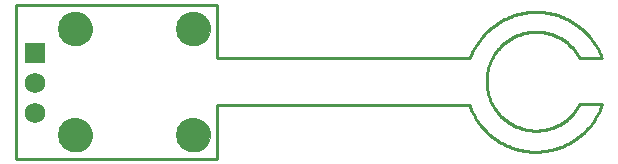
<source format=gbs>
G75*
%MOIN*%
%OFA0B0*%
%FSLAX25Y25*%
%IPPOS*%
%LPD*%
%AMOC8*
5,1,8,0,0,1.08239X$1,22.5*
%
%ADD10C,0.01000*%
%ADD11C,0.00000*%
%ADD12C,0.11424*%
%ADD13R,0.06900X0.06900*%
%ADD14C,0.06900*%
D10*
X0024642Y0084477D02*
X0024642Y0135658D01*
X0091571Y0135658D01*
X0091571Y0117942D01*
X0175823Y0117942D01*
X0175823Y0102194D02*
X0091571Y0102194D01*
X0091571Y0084477D01*
X0024642Y0084477D01*
X0175744Y0102233D02*
X0175944Y0101697D01*
X0176157Y0101167D01*
X0176383Y0100642D01*
X0176622Y0100123D01*
X0176874Y0099610D01*
X0177138Y0099103D01*
X0177414Y0098603D01*
X0177703Y0098109D01*
X0178003Y0097623D01*
X0178315Y0097144D01*
X0178639Y0096673D01*
X0178974Y0096210D01*
X0179321Y0095756D01*
X0179678Y0095310D01*
X0180046Y0094872D01*
X0180425Y0094444D01*
X0180814Y0094026D01*
X0181213Y0093617D01*
X0181622Y0093217D01*
X0182041Y0092828D01*
X0182469Y0092450D01*
X0182906Y0092081D01*
X0183352Y0091724D01*
X0183807Y0091378D01*
X0184270Y0091042D01*
X0184741Y0090719D01*
X0185219Y0090406D01*
X0185705Y0090106D01*
X0186199Y0089817D01*
X0186699Y0089541D01*
X0187206Y0089277D01*
X0187719Y0089025D01*
X0188238Y0088786D01*
X0188763Y0088560D01*
X0189294Y0088347D01*
X0189829Y0088146D01*
X0190369Y0087959D01*
X0190913Y0087785D01*
X0191462Y0087624D01*
X0192014Y0087477D01*
X0192570Y0087343D01*
X0193128Y0087223D01*
X0193690Y0087117D01*
X0194254Y0087024D01*
X0194820Y0086945D01*
X0195388Y0086880D01*
X0195957Y0086829D01*
X0196527Y0086792D01*
X0197099Y0086769D01*
X0197670Y0086759D01*
X0198242Y0086764D01*
X0198813Y0086782D01*
X0199383Y0086815D01*
X0199953Y0086861D01*
X0200521Y0086921D01*
X0201088Y0086996D01*
X0201653Y0087084D01*
X0202215Y0087185D01*
X0202775Y0087301D01*
X0203332Y0087430D01*
X0203885Y0087572D01*
X0204435Y0087728D01*
X0204981Y0087898D01*
X0205523Y0088081D01*
X0206059Y0088276D01*
X0206591Y0088485D01*
X0207118Y0088707D01*
X0207639Y0088942D01*
X0208155Y0089189D01*
X0208664Y0089449D01*
X0209166Y0089721D01*
X0209662Y0090006D01*
X0210151Y0090302D01*
X0210632Y0090610D01*
X0211106Y0090930D01*
X0211572Y0091261D01*
X0212029Y0091604D01*
X0212478Y0091958D01*
X0212918Y0092322D01*
X0213349Y0092697D01*
X0213771Y0093083D01*
X0214184Y0093479D01*
X0214586Y0093884D01*
X0214979Y0094300D01*
X0215361Y0094725D01*
X0215733Y0095159D01*
X0216094Y0095602D01*
X0216444Y0096053D01*
X0216783Y0096514D01*
X0217111Y0096982D01*
X0217427Y0097458D01*
X0217732Y0097942D01*
X0218024Y0098433D01*
X0218305Y0098931D01*
X0218573Y0099435D01*
X0218829Y0099946D01*
X0219072Y0100464D01*
X0219303Y0100987D01*
X0219520Y0101515D01*
X0219725Y0102049D01*
X0219917Y0102587D01*
X0219839Y0102587D02*
X0212437Y0102548D01*
X0219917Y0117942D02*
X0219714Y0118477D01*
X0219497Y0119008D01*
X0219268Y0119532D01*
X0219026Y0120052D01*
X0218771Y0120565D01*
X0218504Y0121071D01*
X0218225Y0121571D01*
X0217933Y0122065D01*
X0217630Y0122550D01*
X0217315Y0123029D01*
X0216988Y0123499D01*
X0216650Y0123961D01*
X0216300Y0124415D01*
X0215940Y0124861D01*
X0215569Y0125297D01*
X0215187Y0125724D01*
X0214796Y0126142D01*
X0214394Y0126550D01*
X0213982Y0126948D01*
X0213560Y0127336D01*
X0213130Y0127714D01*
X0212690Y0128081D01*
X0212241Y0128437D01*
X0211784Y0128782D01*
X0211319Y0129116D01*
X0210845Y0129438D01*
X0210364Y0129749D01*
X0209875Y0130047D01*
X0209380Y0130334D01*
X0208877Y0130609D01*
X0208368Y0130871D01*
X0207852Y0131121D01*
X0207331Y0131358D01*
X0206804Y0131583D01*
X0206272Y0131794D01*
X0205734Y0131993D01*
X0205192Y0132178D01*
X0204646Y0132350D01*
X0204095Y0132509D01*
X0203541Y0132654D01*
X0202984Y0132785D01*
X0202423Y0132903D01*
X0201860Y0133007D01*
X0201295Y0133098D01*
X0200727Y0133175D01*
X0200158Y0133237D01*
X0199587Y0133286D01*
X0199015Y0133321D01*
X0198443Y0133342D01*
X0197870Y0133349D01*
X0197297Y0133342D01*
X0196725Y0133321D01*
X0196153Y0133286D01*
X0195582Y0133237D01*
X0195013Y0133175D01*
X0194445Y0133098D01*
X0193880Y0133007D01*
X0193317Y0132903D01*
X0192756Y0132785D01*
X0192199Y0132654D01*
X0191645Y0132509D01*
X0191094Y0132350D01*
X0190548Y0132178D01*
X0190006Y0131993D01*
X0189468Y0131794D01*
X0188936Y0131583D01*
X0188409Y0131358D01*
X0187888Y0131121D01*
X0187372Y0130871D01*
X0186863Y0130609D01*
X0186360Y0130334D01*
X0185865Y0130047D01*
X0185376Y0129749D01*
X0184895Y0129438D01*
X0184421Y0129116D01*
X0183956Y0128782D01*
X0183499Y0128437D01*
X0183050Y0128081D01*
X0182610Y0127714D01*
X0182180Y0127336D01*
X0181758Y0126948D01*
X0181346Y0126550D01*
X0180944Y0126142D01*
X0180553Y0125724D01*
X0180171Y0125297D01*
X0179800Y0124861D01*
X0179440Y0124415D01*
X0179090Y0123961D01*
X0178752Y0123499D01*
X0178425Y0123029D01*
X0178110Y0122550D01*
X0177807Y0122065D01*
X0177515Y0121571D01*
X0177236Y0121071D01*
X0176969Y0120565D01*
X0176714Y0120052D01*
X0176472Y0119532D01*
X0176243Y0119008D01*
X0176026Y0118477D01*
X0175823Y0117942D01*
X0212437Y0117942D02*
X0212244Y0118296D01*
X0212044Y0118646D01*
X0211834Y0118990D01*
X0211616Y0119330D01*
X0211390Y0119663D01*
X0211156Y0119992D01*
X0210914Y0120314D01*
X0210664Y0120630D01*
X0210406Y0120940D01*
X0210141Y0121244D01*
X0209869Y0121541D01*
X0209589Y0121832D01*
X0209303Y0122115D01*
X0209009Y0122391D01*
X0208709Y0122661D01*
X0208402Y0122922D01*
X0208089Y0123176D01*
X0207770Y0123423D01*
X0207445Y0123661D01*
X0207114Y0123891D01*
X0206778Y0124114D01*
X0206436Y0124328D01*
X0206089Y0124533D01*
X0205737Y0124730D01*
X0205381Y0124918D01*
X0205020Y0125098D01*
X0204655Y0125268D01*
X0204285Y0125430D01*
X0203912Y0125582D01*
X0203535Y0125726D01*
X0203155Y0125860D01*
X0202772Y0125985D01*
X0202385Y0126100D01*
X0201996Y0126206D01*
X0201605Y0126302D01*
X0201211Y0126388D01*
X0200815Y0126465D01*
X0200418Y0126533D01*
X0200019Y0126590D01*
X0199618Y0126638D01*
X0199217Y0126676D01*
X0198815Y0126704D01*
X0198412Y0126722D01*
X0198009Y0126730D01*
X0197606Y0126729D01*
X0197203Y0126717D01*
X0196800Y0126696D01*
X0196398Y0126665D01*
X0195997Y0126624D01*
X0195597Y0126573D01*
X0195199Y0126513D01*
X0194802Y0126443D01*
X0194407Y0126363D01*
X0194014Y0126273D01*
X0193623Y0126174D01*
X0193235Y0126065D01*
X0192849Y0125947D01*
X0192467Y0125819D01*
X0192088Y0125682D01*
X0191712Y0125536D01*
X0191340Y0125381D01*
X0190972Y0125216D01*
X0190608Y0125043D01*
X0190248Y0124861D01*
X0189893Y0124670D01*
X0189543Y0124470D01*
X0189198Y0124262D01*
X0188858Y0124046D01*
X0188523Y0123821D01*
X0188194Y0123588D01*
X0187871Y0123347D01*
X0187553Y0123098D01*
X0187242Y0122842D01*
X0186937Y0122578D01*
X0186639Y0122307D01*
X0186348Y0122028D01*
X0186063Y0121742D01*
X0185786Y0121450D01*
X0185516Y0121151D01*
X0185253Y0120845D01*
X0184998Y0120533D01*
X0184750Y0120215D01*
X0184510Y0119891D01*
X0184279Y0119561D01*
X0184055Y0119225D01*
X0183840Y0118884D01*
X0183633Y0118538D01*
X0183435Y0118187D01*
X0183245Y0117831D01*
X0183065Y0117471D01*
X0182893Y0117106D01*
X0182730Y0116738D01*
X0182576Y0116365D01*
X0182431Y0115989D01*
X0182295Y0115609D01*
X0182169Y0115226D01*
X0182052Y0114840D01*
X0181945Y0114452D01*
X0181847Y0114061D01*
X0181759Y0113667D01*
X0181681Y0113272D01*
X0181612Y0112874D01*
X0181553Y0112476D01*
X0181504Y0112076D01*
X0181464Y0111674D01*
X0181435Y0111272D01*
X0181415Y0110870D01*
X0181405Y0110467D01*
X0181405Y0110063D01*
X0181415Y0109660D01*
X0181435Y0109258D01*
X0181464Y0108856D01*
X0181504Y0108454D01*
X0181553Y0108054D01*
X0181612Y0107656D01*
X0181681Y0107258D01*
X0181759Y0106863D01*
X0181847Y0106469D01*
X0181945Y0106078D01*
X0182052Y0105690D01*
X0182169Y0105304D01*
X0182295Y0104921D01*
X0182431Y0104541D01*
X0182576Y0104165D01*
X0182730Y0103792D01*
X0182893Y0103424D01*
X0183065Y0103059D01*
X0183245Y0102699D01*
X0183435Y0102343D01*
X0183633Y0101992D01*
X0183840Y0101646D01*
X0184055Y0101305D01*
X0184279Y0100969D01*
X0184510Y0100639D01*
X0184750Y0100315D01*
X0184998Y0099997D01*
X0185253Y0099685D01*
X0185516Y0099379D01*
X0185786Y0099080D01*
X0186063Y0098788D01*
X0186348Y0098502D01*
X0186639Y0098223D01*
X0186937Y0097952D01*
X0187242Y0097688D01*
X0187553Y0097432D01*
X0187871Y0097183D01*
X0188194Y0096942D01*
X0188523Y0096709D01*
X0188858Y0096484D01*
X0189198Y0096268D01*
X0189543Y0096060D01*
X0189893Y0095860D01*
X0190248Y0095669D01*
X0190608Y0095487D01*
X0190972Y0095314D01*
X0191340Y0095149D01*
X0191712Y0094994D01*
X0192088Y0094848D01*
X0192467Y0094711D01*
X0192849Y0094583D01*
X0193235Y0094465D01*
X0193623Y0094356D01*
X0194014Y0094257D01*
X0194407Y0094167D01*
X0194802Y0094087D01*
X0195199Y0094017D01*
X0195597Y0093957D01*
X0195997Y0093906D01*
X0196398Y0093865D01*
X0196800Y0093834D01*
X0197203Y0093813D01*
X0197606Y0093801D01*
X0198009Y0093800D01*
X0198412Y0093808D01*
X0198815Y0093826D01*
X0199217Y0093854D01*
X0199618Y0093892D01*
X0200019Y0093940D01*
X0200418Y0093997D01*
X0200815Y0094065D01*
X0201211Y0094142D01*
X0201605Y0094228D01*
X0201996Y0094324D01*
X0202385Y0094430D01*
X0202772Y0094545D01*
X0203155Y0094670D01*
X0203535Y0094804D01*
X0203912Y0094948D01*
X0204285Y0095100D01*
X0204655Y0095262D01*
X0205020Y0095432D01*
X0205381Y0095612D01*
X0205737Y0095800D01*
X0206089Y0095997D01*
X0206436Y0096202D01*
X0206778Y0096416D01*
X0207114Y0096639D01*
X0207445Y0096869D01*
X0207770Y0097107D01*
X0208089Y0097354D01*
X0208402Y0097608D01*
X0208709Y0097869D01*
X0209009Y0098139D01*
X0209303Y0098415D01*
X0209589Y0098698D01*
X0209869Y0098989D01*
X0210141Y0099286D01*
X0210406Y0099590D01*
X0210664Y0099900D01*
X0210914Y0100216D01*
X0211156Y0100538D01*
X0211390Y0100867D01*
X0211616Y0101200D01*
X0211834Y0101540D01*
X0212044Y0101884D01*
X0212244Y0102234D01*
X0212437Y0102588D01*
X0212437Y0117942D02*
X0219917Y0117942D01*
D11*
X0078185Y0127784D02*
X0078187Y0127932D01*
X0078193Y0128080D01*
X0078203Y0128228D01*
X0078217Y0128375D01*
X0078235Y0128522D01*
X0078256Y0128668D01*
X0078282Y0128814D01*
X0078312Y0128959D01*
X0078345Y0129103D01*
X0078383Y0129246D01*
X0078424Y0129388D01*
X0078469Y0129529D01*
X0078517Y0129669D01*
X0078570Y0129808D01*
X0078626Y0129945D01*
X0078686Y0130080D01*
X0078749Y0130214D01*
X0078816Y0130346D01*
X0078887Y0130476D01*
X0078961Y0130604D01*
X0079038Y0130730D01*
X0079119Y0130854D01*
X0079203Y0130976D01*
X0079290Y0131095D01*
X0079381Y0131212D01*
X0079475Y0131327D01*
X0079571Y0131439D01*
X0079671Y0131549D01*
X0079773Y0131655D01*
X0079879Y0131759D01*
X0079987Y0131860D01*
X0080098Y0131958D01*
X0080211Y0132054D01*
X0080327Y0132146D01*
X0080445Y0132235D01*
X0080566Y0132320D01*
X0080689Y0132403D01*
X0080814Y0132482D01*
X0080941Y0132558D01*
X0081070Y0132630D01*
X0081201Y0132699D01*
X0081334Y0132764D01*
X0081469Y0132825D01*
X0081605Y0132883D01*
X0081742Y0132938D01*
X0081881Y0132988D01*
X0082022Y0133035D01*
X0082163Y0133078D01*
X0082306Y0133118D01*
X0082450Y0133153D01*
X0082594Y0133185D01*
X0082740Y0133212D01*
X0082886Y0133236D01*
X0083033Y0133256D01*
X0083180Y0133272D01*
X0083327Y0133284D01*
X0083475Y0133292D01*
X0083623Y0133296D01*
X0083771Y0133296D01*
X0083919Y0133292D01*
X0084067Y0133284D01*
X0084214Y0133272D01*
X0084361Y0133256D01*
X0084508Y0133236D01*
X0084654Y0133212D01*
X0084800Y0133185D01*
X0084944Y0133153D01*
X0085088Y0133118D01*
X0085231Y0133078D01*
X0085372Y0133035D01*
X0085513Y0132988D01*
X0085652Y0132938D01*
X0085789Y0132883D01*
X0085925Y0132825D01*
X0086060Y0132764D01*
X0086193Y0132699D01*
X0086324Y0132630D01*
X0086453Y0132558D01*
X0086580Y0132482D01*
X0086705Y0132403D01*
X0086828Y0132320D01*
X0086949Y0132235D01*
X0087067Y0132146D01*
X0087183Y0132054D01*
X0087296Y0131958D01*
X0087407Y0131860D01*
X0087515Y0131759D01*
X0087621Y0131655D01*
X0087723Y0131549D01*
X0087823Y0131439D01*
X0087919Y0131327D01*
X0088013Y0131212D01*
X0088104Y0131095D01*
X0088191Y0130976D01*
X0088275Y0130854D01*
X0088356Y0130730D01*
X0088433Y0130604D01*
X0088507Y0130476D01*
X0088578Y0130346D01*
X0088645Y0130214D01*
X0088708Y0130080D01*
X0088768Y0129945D01*
X0088824Y0129808D01*
X0088877Y0129669D01*
X0088925Y0129529D01*
X0088970Y0129388D01*
X0089011Y0129246D01*
X0089049Y0129103D01*
X0089082Y0128959D01*
X0089112Y0128814D01*
X0089138Y0128668D01*
X0089159Y0128522D01*
X0089177Y0128375D01*
X0089191Y0128228D01*
X0089201Y0128080D01*
X0089207Y0127932D01*
X0089209Y0127784D01*
X0089207Y0127636D01*
X0089201Y0127488D01*
X0089191Y0127340D01*
X0089177Y0127193D01*
X0089159Y0127046D01*
X0089138Y0126900D01*
X0089112Y0126754D01*
X0089082Y0126609D01*
X0089049Y0126465D01*
X0089011Y0126322D01*
X0088970Y0126180D01*
X0088925Y0126039D01*
X0088877Y0125899D01*
X0088824Y0125760D01*
X0088768Y0125623D01*
X0088708Y0125488D01*
X0088645Y0125354D01*
X0088578Y0125222D01*
X0088507Y0125092D01*
X0088433Y0124964D01*
X0088356Y0124838D01*
X0088275Y0124714D01*
X0088191Y0124592D01*
X0088104Y0124473D01*
X0088013Y0124356D01*
X0087919Y0124241D01*
X0087823Y0124129D01*
X0087723Y0124019D01*
X0087621Y0123913D01*
X0087515Y0123809D01*
X0087407Y0123708D01*
X0087296Y0123610D01*
X0087183Y0123514D01*
X0087067Y0123422D01*
X0086949Y0123333D01*
X0086828Y0123248D01*
X0086705Y0123165D01*
X0086580Y0123086D01*
X0086453Y0123010D01*
X0086324Y0122938D01*
X0086193Y0122869D01*
X0086060Y0122804D01*
X0085925Y0122743D01*
X0085789Y0122685D01*
X0085652Y0122630D01*
X0085513Y0122580D01*
X0085372Y0122533D01*
X0085231Y0122490D01*
X0085088Y0122450D01*
X0084944Y0122415D01*
X0084800Y0122383D01*
X0084654Y0122356D01*
X0084508Y0122332D01*
X0084361Y0122312D01*
X0084214Y0122296D01*
X0084067Y0122284D01*
X0083919Y0122276D01*
X0083771Y0122272D01*
X0083623Y0122272D01*
X0083475Y0122276D01*
X0083327Y0122284D01*
X0083180Y0122296D01*
X0083033Y0122312D01*
X0082886Y0122332D01*
X0082740Y0122356D01*
X0082594Y0122383D01*
X0082450Y0122415D01*
X0082306Y0122450D01*
X0082163Y0122490D01*
X0082022Y0122533D01*
X0081881Y0122580D01*
X0081742Y0122630D01*
X0081605Y0122685D01*
X0081469Y0122743D01*
X0081334Y0122804D01*
X0081201Y0122869D01*
X0081070Y0122938D01*
X0080941Y0123010D01*
X0080814Y0123086D01*
X0080689Y0123165D01*
X0080566Y0123248D01*
X0080445Y0123333D01*
X0080327Y0123422D01*
X0080211Y0123514D01*
X0080098Y0123610D01*
X0079987Y0123708D01*
X0079879Y0123809D01*
X0079773Y0123913D01*
X0079671Y0124019D01*
X0079571Y0124129D01*
X0079475Y0124241D01*
X0079381Y0124356D01*
X0079290Y0124473D01*
X0079203Y0124592D01*
X0079119Y0124714D01*
X0079038Y0124838D01*
X0078961Y0124964D01*
X0078887Y0125092D01*
X0078816Y0125222D01*
X0078749Y0125354D01*
X0078686Y0125488D01*
X0078626Y0125623D01*
X0078570Y0125760D01*
X0078517Y0125899D01*
X0078469Y0126039D01*
X0078424Y0126180D01*
X0078383Y0126322D01*
X0078345Y0126465D01*
X0078312Y0126609D01*
X0078282Y0126754D01*
X0078256Y0126900D01*
X0078235Y0127046D01*
X0078217Y0127193D01*
X0078203Y0127340D01*
X0078193Y0127488D01*
X0078187Y0127636D01*
X0078185Y0127784D01*
X0038815Y0127784D02*
X0038817Y0127932D01*
X0038823Y0128080D01*
X0038833Y0128228D01*
X0038847Y0128375D01*
X0038865Y0128522D01*
X0038886Y0128668D01*
X0038912Y0128814D01*
X0038942Y0128959D01*
X0038975Y0129103D01*
X0039013Y0129246D01*
X0039054Y0129388D01*
X0039099Y0129529D01*
X0039147Y0129669D01*
X0039200Y0129808D01*
X0039256Y0129945D01*
X0039316Y0130080D01*
X0039379Y0130214D01*
X0039446Y0130346D01*
X0039517Y0130476D01*
X0039591Y0130604D01*
X0039668Y0130730D01*
X0039749Y0130854D01*
X0039833Y0130976D01*
X0039920Y0131095D01*
X0040011Y0131212D01*
X0040105Y0131327D01*
X0040201Y0131439D01*
X0040301Y0131549D01*
X0040403Y0131655D01*
X0040509Y0131759D01*
X0040617Y0131860D01*
X0040728Y0131958D01*
X0040841Y0132054D01*
X0040957Y0132146D01*
X0041075Y0132235D01*
X0041196Y0132320D01*
X0041319Y0132403D01*
X0041444Y0132482D01*
X0041571Y0132558D01*
X0041700Y0132630D01*
X0041831Y0132699D01*
X0041964Y0132764D01*
X0042099Y0132825D01*
X0042235Y0132883D01*
X0042372Y0132938D01*
X0042511Y0132988D01*
X0042652Y0133035D01*
X0042793Y0133078D01*
X0042936Y0133118D01*
X0043080Y0133153D01*
X0043224Y0133185D01*
X0043370Y0133212D01*
X0043516Y0133236D01*
X0043663Y0133256D01*
X0043810Y0133272D01*
X0043957Y0133284D01*
X0044105Y0133292D01*
X0044253Y0133296D01*
X0044401Y0133296D01*
X0044549Y0133292D01*
X0044697Y0133284D01*
X0044844Y0133272D01*
X0044991Y0133256D01*
X0045138Y0133236D01*
X0045284Y0133212D01*
X0045430Y0133185D01*
X0045574Y0133153D01*
X0045718Y0133118D01*
X0045861Y0133078D01*
X0046002Y0133035D01*
X0046143Y0132988D01*
X0046282Y0132938D01*
X0046419Y0132883D01*
X0046555Y0132825D01*
X0046690Y0132764D01*
X0046823Y0132699D01*
X0046954Y0132630D01*
X0047083Y0132558D01*
X0047210Y0132482D01*
X0047335Y0132403D01*
X0047458Y0132320D01*
X0047579Y0132235D01*
X0047697Y0132146D01*
X0047813Y0132054D01*
X0047926Y0131958D01*
X0048037Y0131860D01*
X0048145Y0131759D01*
X0048251Y0131655D01*
X0048353Y0131549D01*
X0048453Y0131439D01*
X0048549Y0131327D01*
X0048643Y0131212D01*
X0048734Y0131095D01*
X0048821Y0130976D01*
X0048905Y0130854D01*
X0048986Y0130730D01*
X0049063Y0130604D01*
X0049137Y0130476D01*
X0049208Y0130346D01*
X0049275Y0130214D01*
X0049338Y0130080D01*
X0049398Y0129945D01*
X0049454Y0129808D01*
X0049507Y0129669D01*
X0049555Y0129529D01*
X0049600Y0129388D01*
X0049641Y0129246D01*
X0049679Y0129103D01*
X0049712Y0128959D01*
X0049742Y0128814D01*
X0049768Y0128668D01*
X0049789Y0128522D01*
X0049807Y0128375D01*
X0049821Y0128228D01*
X0049831Y0128080D01*
X0049837Y0127932D01*
X0049839Y0127784D01*
X0049837Y0127636D01*
X0049831Y0127488D01*
X0049821Y0127340D01*
X0049807Y0127193D01*
X0049789Y0127046D01*
X0049768Y0126900D01*
X0049742Y0126754D01*
X0049712Y0126609D01*
X0049679Y0126465D01*
X0049641Y0126322D01*
X0049600Y0126180D01*
X0049555Y0126039D01*
X0049507Y0125899D01*
X0049454Y0125760D01*
X0049398Y0125623D01*
X0049338Y0125488D01*
X0049275Y0125354D01*
X0049208Y0125222D01*
X0049137Y0125092D01*
X0049063Y0124964D01*
X0048986Y0124838D01*
X0048905Y0124714D01*
X0048821Y0124592D01*
X0048734Y0124473D01*
X0048643Y0124356D01*
X0048549Y0124241D01*
X0048453Y0124129D01*
X0048353Y0124019D01*
X0048251Y0123913D01*
X0048145Y0123809D01*
X0048037Y0123708D01*
X0047926Y0123610D01*
X0047813Y0123514D01*
X0047697Y0123422D01*
X0047579Y0123333D01*
X0047458Y0123248D01*
X0047335Y0123165D01*
X0047210Y0123086D01*
X0047083Y0123010D01*
X0046954Y0122938D01*
X0046823Y0122869D01*
X0046690Y0122804D01*
X0046555Y0122743D01*
X0046419Y0122685D01*
X0046282Y0122630D01*
X0046143Y0122580D01*
X0046002Y0122533D01*
X0045861Y0122490D01*
X0045718Y0122450D01*
X0045574Y0122415D01*
X0045430Y0122383D01*
X0045284Y0122356D01*
X0045138Y0122332D01*
X0044991Y0122312D01*
X0044844Y0122296D01*
X0044697Y0122284D01*
X0044549Y0122276D01*
X0044401Y0122272D01*
X0044253Y0122272D01*
X0044105Y0122276D01*
X0043957Y0122284D01*
X0043810Y0122296D01*
X0043663Y0122312D01*
X0043516Y0122332D01*
X0043370Y0122356D01*
X0043224Y0122383D01*
X0043080Y0122415D01*
X0042936Y0122450D01*
X0042793Y0122490D01*
X0042652Y0122533D01*
X0042511Y0122580D01*
X0042372Y0122630D01*
X0042235Y0122685D01*
X0042099Y0122743D01*
X0041964Y0122804D01*
X0041831Y0122869D01*
X0041700Y0122938D01*
X0041571Y0123010D01*
X0041444Y0123086D01*
X0041319Y0123165D01*
X0041196Y0123248D01*
X0041075Y0123333D01*
X0040957Y0123422D01*
X0040841Y0123514D01*
X0040728Y0123610D01*
X0040617Y0123708D01*
X0040509Y0123809D01*
X0040403Y0123913D01*
X0040301Y0124019D01*
X0040201Y0124129D01*
X0040105Y0124241D01*
X0040011Y0124356D01*
X0039920Y0124473D01*
X0039833Y0124592D01*
X0039749Y0124714D01*
X0039668Y0124838D01*
X0039591Y0124964D01*
X0039517Y0125092D01*
X0039446Y0125222D01*
X0039379Y0125354D01*
X0039316Y0125488D01*
X0039256Y0125623D01*
X0039200Y0125760D01*
X0039147Y0125899D01*
X0039099Y0126039D01*
X0039054Y0126180D01*
X0039013Y0126322D01*
X0038975Y0126465D01*
X0038942Y0126609D01*
X0038912Y0126754D01*
X0038886Y0126900D01*
X0038865Y0127046D01*
X0038847Y0127193D01*
X0038833Y0127340D01*
X0038823Y0127488D01*
X0038817Y0127636D01*
X0038815Y0127784D01*
X0038815Y0092351D02*
X0038817Y0092499D01*
X0038823Y0092647D01*
X0038833Y0092795D01*
X0038847Y0092942D01*
X0038865Y0093089D01*
X0038886Y0093235D01*
X0038912Y0093381D01*
X0038942Y0093526D01*
X0038975Y0093670D01*
X0039013Y0093813D01*
X0039054Y0093955D01*
X0039099Y0094096D01*
X0039147Y0094236D01*
X0039200Y0094375D01*
X0039256Y0094512D01*
X0039316Y0094647D01*
X0039379Y0094781D01*
X0039446Y0094913D01*
X0039517Y0095043D01*
X0039591Y0095171D01*
X0039668Y0095297D01*
X0039749Y0095421D01*
X0039833Y0095543D01*
X0039920Y0095662D01*
X0040011Y0095779D01*
X0040105Y0095894D01*
X0040201Y0096006D01*
X0040301Y0096116D01*
X0040403Y0096222D01*
X0040509Y0096326D01*
X0040617Y0096427D01*
X0040728Y0096525D01*
X0040841Y0096621D01*
X0040957Y0096713D01*
X0041075Y0096802D01*
X0041196Y0096887D01*
X0041319Y0096970D01*
X0041444Y0097049D01*
X0041571Y0097125D01*
X0041700Y0097197D01*
X0041831Y0097266D01*
X0041964Y0097331D01*
X0042099Y0097392D01*
X0042235Y0097450D01*
X0042372Y0097505D01*
X0042511Y0097555D01*
X0042652Y0097602D01*
X0042793Y0097645D01*
X0042936Y0097685D01*
X0043080Y0097720D01*
X0043224Y0097752D01*
X0043370Y0097779D01*
X0043516Y0097803D01*
X0043663Y0097823D01*
X0043810Y0097839D01*
X0043957Y0097851D01*
X0044105Y0097859D01*
X0044253Y0097863D01*
X0044401Y0097863D01*
X0044549Y0097859D01*
X0044697Y0097851D01*
X0044844Y0097839D01*
X0044991Y0097823D01*
X0045138Y0097803D01*
X0045284Y0097779D01*
X0045430Y0097752D01*
X0045574Y0097720D01*
X0045718Y0097685D01*
X0045861Y0097645D01*
X0046002Y0097602D01*
X0046143Y0097555D01*
X0046282Y0097505D01*
X0046419Y0097450D01*
X0046555Y0097392D01*
X0046690Y0097331D01*
X0046823Y0097266D01*
X0046954Y0097197D01*
X0047083Y0097125D01*
X0047210Y0097049D01*
X0047335Y0096970D01*
X0047458Y0096887D01*
X0047579Y0096802D01*
X0047697Y0096713D01*
X0047813Y0096621D01*
X0047926Y0096525D01*
X0048037Y0096427D01*
X0048145Y0096326D01*
X0048251Y0096222D01*
X0048353Y0096116D01*
X0048453Y0096006D01*
X0048549Y0095894D01*
X0048643Y0095779D01*
X0048734Y0095662D01*
X0048821Y0095543D01*
X0048905Y0095421D01*
X0048986Y0095297D01*
X0049063Y0095171D01*
X0049137Y0095043D01*
X0049208Y0094913D01*
X0049275Y0094781D01*
X0049338Y0094647D01*
X0049398Y0094512D01*
X0049454Y0094375D01*
X0049507Y0094236D01*
X0049555Y0094096D01*
X0049600Y0093955D01*
X0049641Y0093813D01*
X0049679Y0093670D01*
X0049712Y0093526D01*
X0049742Y0093381D01*
X0049768Y0093235D01*
X0049789Y0093089D01*
X0049807Y0092942D01*
X0049821Y0092795D01*
X0049831Y0092647D01*
X0049837Y0092499D01*
X0049839Y0092351D01*
X0049837Y0092203D01*
X0049831Y0092055D01*
X0049821Y0091907D01*
X0049807Y0091760D01*
X0049789Y0091613D01*
X0049768Y0091467D01*
X0049742Y0091321D01*
X0049712Y0091176D01*
X0049679Y0091032D01*
X0049641Y0090889D01*
X0049600Y0090747D01*
X0049555Y0090606D01*
X0049507Y0090466D01*
X0049454Y0090327D01*
X0049398Y0090190D01*
X0049338Y0090055D01*
X0049275Y0089921D01*
X0049208Y0089789D01*
X0049137Y0089659D01*
X0049063Y0089531D01*
X0048986Y0089405D01*
X0048905Y0089281D01*
X0048821Y0089159D01*
X0048734Y0089040D01*
X0048643Y0088923D01*
X0048549Y0088808D01*
X0048453Y0088696D01*
X0048353Y0088586D01*
X0048251Y0088480D01*
X0048145Y0088376D01*
X0048037Y0088275D01*
X0047926Y0088177D01*
X0047813Y0088081D01*
X0047697Y0087989D01*
X0047579Y0087900D01*
X0047458Y0087815D01*
X0047335Y0087732D01*
X0047210Y0087653D01*
X0047083Y0087577D01*
X0046954Y0087505D01*
X0046823Y0087436D01*
X0046690Y0087371D01*
X0046555Y0087310D01*
X0046419Y0087252D01*
X0046282Y0087197D01*
X0046143Y0087147D01*
X0046002Y0087100D01*
X0045861Y0087057D01*
X0045718Y0087017D01*
X0045574Y0086982D01*
X0045430Y0086950D01*
X0045284Y0086923D01*
X0045138Y0086899D01*
X0044991Y0086879D01*
X0044844Y0086863D01*
X0044697Y0086851D01*
X0044549Y0086843D01*
X0044401Y0086839D01*
X0044253Y0086839D01*
X0044105Y0086843D01*
X0043957Y0086851D01*
X0043810Y0086863D01*
X0043663Y0086879D01*
X0043516Y0086899D01*
X0043370Y0086923D01*
X0043224Y0086950D01*
X0043080Y0086982D01*
X0042936Y0087017D01*
X0042793Y0087057D01*
X0042652Y0087100D01*
X0042511Y0087147D01*
X0042372Y0087197D01*
X0042235Y0087252D01*
X0042099Y0087310D01*
X0041964Y0087371D01*
X0041831Y0087436D01*
X0041700Y0087505D01*
X0041571Y0087577D01*
X0041444Y0087653D01*
X0041319Y0087732D01*
X0041196Y0087815D01*
X0041075Y0087900D01*
X0040957Y0087989D01*
X0040841Y0088081D01*
X0040728Y0088177D01*
X0040617Y0088275D01*
X0040509Y0088376D01*
X0040403Y0088480D01*
X0040301Y0088586D01*
X0040201Y0088696D01*
X0040105Y0088808D01*
X0040011Y0088923D01*
X0039920Y0089040D01*
X0039833Y0089159D01*
X0039749Y0089281D01*
X0039668Y0089405D01*
X0039591Y0089531D01*
X0039517Y0089659D01*
X0039446Y0089789D01*
X0039379Y0089921D01*
X0039316Y0090055D01*
X0039256Y0090190D01*
X0039200Y0090327D01*
X0039147Y0090466D01*
X0039099Y0090606D01*
X0039054Y0090747D01*
X0039013Y0090889D01*
X0038975Y0091032D01*
X0038942Y0091176D01*
X0038912Y0091321D01*
X0038886Y0091467D01*
X0038865Y0091613D01*
X0038847Y0091760D01*
X0038833Y0091907D01*
X0038823Y0092055D01*
X0038817Y0092203D01*
X0038815Y0092351D01*
X0078185Y0092351D02*
X0078187Y0092499D01*
X0078193Y0092647D01*
X0078203Y0092795D01*
X0078217Y0092942D01*
X0078235Y0093089D01*
X0078256Y0093235D01*
X0078282Y0093381D01*
X0078312Y0093526D01*
X0078345Y0093670D01*
X0078383Y0093813D01*
X0078424Y0093955D01*
X0078469Y0094096D01*
X0078517Y0094236D01*
X0078570Y0094375D01*
X0078626Y0094512D01*
X0078686Y0094647D01*
X0078749Y0094781D01*
X0078816Y0094913D01*
X0078887Y0095043D01*
X0078961Y0095171D01*
X0079038Y0095297D01*
X0079119Y0095421D01*
X0079203Y0095543D01*
X0079290Y0095662D01*
X0079381Y0095779D01*
X0079475Y0095894D01*
X0079571Y0096006D01*
X0079671Y0096116D01*
X0079773Y0096222D01*
X0079879Y0096326D01*
X0079987Y0096427D01*
X0080098Y0096525D01*
X0080211Y0096621D01*
X0080327Y0096713D01*
X0080445Y0096802D01*
X0080566Y0096887D01*
X0080689Y0096970D01*
X0080814Y0097049D01*
X0080941Y0097125D01*
X0081070Y0097197D01*
X0081201Y0097266D01*
X0081334Y0097331D01*
X0081469Y0097392D01*
X0081605Y0097450D01*
X0081742Y0097505D01*
X0081881Y0097555D01*
X0082022Y0097602D01*
X0082163Y0097645D01*
X0082306Y0097685D01*
X0082450Y0097720D01*
X0082594Y0097752D01*
X0082740Y0097779D01*
X0082886Y0097803D01*
X0083033Y0097823D01*
X0083180Y0097839D01*
X0083327Y0097851D01*
X0083475Y0097859D01*
X0083623Y0097863D01*
X0083771Y0097863D01*
X0083919Y0097859D01*
X0084067Y0097851D01*
X0084214Y0097839D01*
X0084361Y0097823D01*
X0084508Y0097803D01*
X0084654Y0097779D01*
X0084800Y0097752D01*
X0084944Y0097720D01*
X0085088Y0097685D01*
X0085231Y0097645D01*
X0085372Y0097602D01*
X0085513Y0097555D01*
X0085652Y0097505D01*
X0085789Y0097450D01*
X0085925Y0097392D01*
X0086060Y0097331D01*
X0086193Y0097266D01*
X0086324Y0097197D01*
X0086453Y0097125D01*
X0086580Y0097049D01*
X0086705Y0096970D01*
X0086828Y0096887D01*
X0086949Y0096802D01*
X0087067Y0096713D01*
X0087183Y0096621D01*
X0087296Y0096525D01*
X0087407Y0096427D01*
X0087515Y0096326D01*
X0087621Y0096222D01*
X0087723Y0096116D01*
X0087823Y0096006D01*
X0087919Y0095894D01*
X0088013Y0095779D01*
X0088104Y0095662D01*
X0088191Y0095543D01*
X0088275Y0095421D01*
X0088356Y0095297D01*
X0088433Y0095171D01*
X0088507Y0095043D01*
X0088578Y0094913D01*
X0088645Y0094781D01*
X0088708Y0094647D01*
X0088768Y0094512D01*
X0088824Y0094375D01*
X0088877Y0094236D01*
X0088925Y0094096D01*
X0088970Y0093955D01*
X0089011Y0093813D01*
X0089049Y0093670D01*
X0089082Y0093526D01*
X0089112Y0093381D01*
X0089138Y0093235D01*
X0089159Y0093089D01*
X0089177Y0092942D01*
X0089191Y0092795D01*
X0089201Y0092647D01*
X0089207Y0092499D01*
X0089209Y0092351D01*
X0089207Y0092203D01*
X0089201Y0092055D01*
X0089191Y0091907D01*
X0089177Y0091760D01*
X0089159Y0091613D01*
X0089138Y0091467D01*
X0089112Y0091321D01*
X0089082Y0091176D01*
X0089049Y0091032D01*
X0089011Y0090889D01*
X0088970Y0090747D01*
X0088925Y0090606D01*
X0088877Y0090466D01*
X0088824Y0090327D01*
X0088768Y0090190D01*
X0088708Y0090055D01*
X0088645Y0089921D01*
X0088578Y0089789D01*
X0088507Y0089659D01*
X0088433Y0089531D01*
X0088356Y0089405D01*
X0088275Y0089281D01*
X0088191Y0089159D01*
X0088104Y0089040D01*
X0088013Y0088923D01*
X0087919Y0088808D01*
X0087823Y0088696D01*
X0087723Y0088586D01*
X0087621Y0088480D01*
X0087515Y0088376D01*
X0087407Y0088275D01*
X0087296Y0088177D01*
X0087183Y0088081D01*
X0087067Y0087989D01*
X0086949Y0087900D01*
X0086828Y0087815D01*
X0086705Y0087732D01*
X0086580Y0087653D01*
X0086453Y0087577D01*
X0086324Y0087505D01*
X0086193Y0087436D01*
X0086060Y0087371D01*
X0085925Y0087310D01*
X0085789Y0087252D01*
X0085652Y0087197D01*
X0085513Y0087147D01*
X0085372Y0087100D01*
X0085231Y0087057D01*
X0085088Y0087017D01*
X0084944Y0086982D01*
X0084800Y0086950D01*
X0084654Y0086923D01*
X0084508Y0086899D01*
X0084361Y0086879D01*
X0084214Y0086863D01*
X0084067Y0086851D01*
X0083919Y0086843D01*
X0083771Y0086839D01*
X0083623Y0086839D01*
X0083475Y0086843D01*
X0083327Y0086851D01*
X0083180Y0086863D01*
X0083033Y0086879D01*
X0082886Y0086899D01*
X0082740Y0086923D01*
X0082594Y0086950D01*
X0082450Y0086982D01*
X0082306Y0087017D01*
X0082163Y0087057D01*
X0082022Y0087100D01*
X0081881Y0087147D01*
X0081742Y0087197D01*
X0081605Y0087252D01*
X0081469Y0087310D01*
X0081334Y0087371D01*
X0081201Y0087436D01*
X0081070Y0087505D01*
X0080941Y0087577D01*
X0080814Y0087653D01*
X0080689Y0087732D01*
X0080566Y0087815D01*
X0080445Y0087900D01*
X0080327Y0087989D01*
X0080211Y0088081D01*
X0080098Y0088177D01*
X0079987Y0088275D01*
X0079879Y0088376D01*
X0079773Y0088480D01*
X0079671Y0088586D01*
X0079571Y0088696D01*
X0079475Y0088808D01*
X0079381Y0088923D01*
X0079290Y0089040D01*
X0079203Y0089159D01*
X0079119Y0089281D01*
X0079038Y0089405D01*
X0078961Y0089531D01*
X0078887Y0089659D01*
X0078816Y0089789D01*
X0078749Y0089921D01*
X0078686Y0090055D01*
X0078626Y0090190D01*
X0078570Y0090327D01*
X0078517Y0090466D01*
X0078469Y0090606D01*
X0078424Y0090747D01*
X0078383Y0090889D01*
X0078345Y0091032D01*
X0078312Y0091176D01*
X0078282Y0091321D01*
X0078256Y0091467D01*
X0078235Y0091613D01*
X0078217Y0091760D01*
X0078203Y0091907D01*
X0078193Y0092055D01*
X0078187Y0092203D01*
X0078185Y0092351D01*
D12*
X0083697Y0092351D03*
X0044327Y0092351D03*
X0044327Y0127784D03*
X0083697Y0127784D03*
D13*
X0030892Y0119782D03*
D14*
X0030892Y0109782D03*
X0030892Y0099782D03*
M02*

</source>
